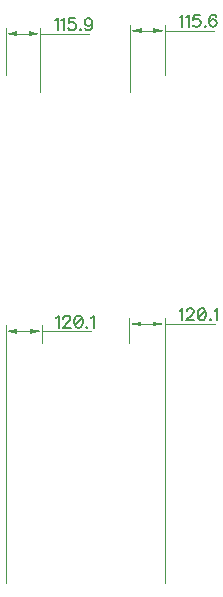
<source format=gbr>
G04 DipTrace 3.0.0.1*
G04 TopDimension.gbr*
%MOIN*%
G04 #@! TF.FileFunction,Drawing,Top*
G04 #@! TF.Part,Single*
%ADD13C,0.0015*%
%ADD37C,0.006176*%
%FSLAX26Y26*%
G04*
G70*
G90*
G75*
G01*
G04 TopDimension*
%LPD*%
X509580Y2027691D2*
D13*
Y2242651D1*
X393701Y2086614D2*
Y2242651D1*
X451641Y2222966D2*
X470210D1*
G36*
X509580D2*
X470210Y2215092D1*
Y2230840D1*
X509580Y2222966D1*
G37*
X451641D2*
D13*
X433071D1*
G36*
X393701D2*
X433071Y2230840D1*
Y2215092D1*
X393701Y2222966D1*
G37*
X673080D2*
D13*
X509580D1*
X809580Y2027691D2*
Y2253281D1*
X925197Y2086614D2*
Y2253281D1*
X867389Y2233596D2*
X848950D1*
G36*
X809580D2*
X848950Y2241470D1*
Y2225722D1*
X809580Y2233596D1*
G37*
X867389D2*
D13*
X885827D1*
G36*
X925197D2*
X885827Y2225722D1*
Y2241470D1*
X925197Y2233596D1*
G37*
X1088653D2*
D13*
X925197D1*
X513780Y1191995D2*
Y1250656D1*
X393701Y393701D2*
Y1250656D1*
X453740Y1230971D2*
X474410D1*
G36*
X513780D2*
X474410Y1223097D1*
Y1238845D1*
X513780Y1230971D1*
G37*
X453740D2*
D13*
X433071D1*
G36*
X393701D2*
X433071Y1238845D1*
Y1223097D1*
X393701Y1230971D1*
G37*
X679181D2*
D13*
X513780D1*
X805118Y1191995D2*
Y1275460D1*
X925197Y393701D2*
Y1275460D1*
X865158Y1255774D2*
X844488D1*
G36*
X805118D2*
X844488Y1263649D1*
Y1247900D1*
X805118Y1255774D1*
G37*
X865158D2*
D13*
X885827D1*
G36*
X925197D2*
X885827Y1247900D1*
Y1263649D1*
X925197Y1255774D1*
G37*
X1090598D2*
D13*
X925197D1*
X558214Y2267675D2*
D37*
X562061Y2269621D1*
X567809Y2275325D1*
Y2235177D1*
X580160Y2267675D2*
X584007Y2269621D1*
X589755Y2275325D1*
Y2235177D1*
X625054Y2275325D2*
X605953D1*
X604052Y2258125D1*
X605953Y2260026D1*
X611701Y2261972D1*
X617405D1*
X623153Y2260026D1*
X627000Y2256223D1*
X628901Y2250475D1*
Y2246673D1*
X627000Y2240925D1*
X623153Y2237078D1*
X617405Y2235177D1*
X611701D1*
X605953Y2237078D1*
X604052Y2239024D1*
X602106Y2242826D1*
X643154Y2239024D2*
X641252Y2237078D1*
X643154Y2235177D1*
X645099Y2237078D1*
X643154Y2239024D1*
X682344Y2261972D2*
X680398Y2256223D1*
X676596Y2252377D1*
X670848Y2250475D1*
X668947D1*
X663199Y2252377D1*
X659396Y2256223D1*
X657450Y2261972D1*
Y2263873D1*
X659396Y2269621D1*
X663199Y2273423D1*
X668947Y2275325D1*
X670848D1*
X676596Y2273423D1*
X680398Y2269621D1*
X682344Y2261972D1*
Y2252377D1*
X680398Y2242826D1*
X676596Y2237078D1*
X670848Y2235177D1*
X667045D1*
X661297Y2237078D1*
X659396Y2240925D1*
X973831Y2278305D2*
X977677Y2280251D1*
X983425Y2285955D1*
Y2245807D1*
X995777Y2278305D2*
X999624Y2280251D1*
X1005372Y2285955D1*
Y2245807D1*
X1040671Y2285955D2*
X1021570D1*
X1019669Y2268755D1*
X1021570Y2270656D1*
X1027318Y2272601D1*
X1033022D1*
X1038770Y2270656D1*
X1042616Y2266853D1*
X1044518Y2261105D1*
Y2257303D1*
X1042616Y2251555D1*
X1038770Y2247708D1*
X1033022Y2245807D1*
X1027318D1*
X1021570Y2247708D1*
X1019669Y2249654D1*
X1017723Y2253456D1*
X1058770Y2249654D2*
X1056869Y2247708D1*
X1058770Y2245807D1*
X1060716Y2247708D1*
X1058770Y2249654D1*
X1096015Y2280251D2*
X1094114Y2284053D1*
X1088366Y2285955D1*
X1084563D1*
X1078815Y2284053D1*
X1074969Y2278305D1*
X1073067Y2268755D1*
Y2259204D1*
X1074969Y2251555D1*
X1078815Y2247708D1*
X1084563Y2245807D1*
X1086465D1*
X1092168Y2247708D1*
X1096015Y2251555D1*
X1097916Y2257303D1*
Y2259204D1*
X1096015Y2264952D1*
X1092168Y2268755D1*
X1086465Y2270656D1*
X1084563D1*
X1078815Y2268755D1*
X1074969Y2264952D1*
X1073067Y2259204D1*
X562413Y1275681D2*
X566260Y1277626D1*
X572008Y1283330D1*
Y1243182D1*
X586305Y1273779D2*
Y1275681D1*
X588206Y1279527D1*
X590108Y1281429D1*
X593954Y1283330D1*
X601604D1*
X605406Y1281429D1*
X607307Y1279527D1*
X609253Y1275681D1*
Y1271878D1*
X607307Y1268031D1*
X603505Y1262327D1*
X584360Y1243182D1*
X611154D1*
X635002Y1283330D2*
X629254Y1281429D1*
X625407Y1275681D1*
X623506Y1266130D1*
Y1260382D1*
X625407Y1250831D1*
X629254Y1245083D1*
X635002Y1243182D1*
X638804D1*
X644552Y1245083D1*
X648355Y1250831D1*
X650300Y1260382D1*
Y1266130D1*
X648355Y1275681D1*
X644552Y1281429D1*
X638804Y1283330D1*
X635002D1*
X648355Y1275681D2*
X625407Y1250831D1*
X664553Y1247029D2*
X662652Y1245083D1*
X664553Y1243182D1*
X666498Y1245083D1*
X664553Y1247029D1*
X678850Y1275681D2*
X682697Y1277626D1*
X688445Y1283330D1*
Y1243182D1*
X973831Y1300484D2*
X977677Y1302429D1*
X983425Y1308133D1*
Y1267985D1*
X997722Y1298582D2*
Y1300484D1*
X999624Y1304330D1*
X1001525Y1306232D1*
X1005372Y1308133D1*
X1013021D1*
X1016824Y1306232D1*
X1018725Y1304330D1*
X1020670Y1300484D1*
Y1296681D1*
X1018725Y1292834D1*
X1014922Y1287131D1*
X995777Y1267985D1*
X1022572D1*
X1046419Y1308133D2*
X1040671Y1306232D1*
X1036824Y1300484D1*
X1034923Y1290933D1*
Y1285185D1*
X1036824Y1275635D1*
X1040671Y1269887D1*
X1046419Y1267985D1*
X1050222D1*
X1055970Y1269887D1*
X1059772Y1275635D1*
X1061718Y1285185D1*
Y1290933D1*
X1059772Y1300484D1*
X1055970Y1306232D1*
X1050222Y1308133D1*
X1046419D1*
X1059772Y1300484D2*
X1036824Y1275635D1*
X1075970Y1271832D2*
X1074069Y1269887D1*
X1075970Y1267985D1*
X1077916Y1269887D1*
X1075970Y1271832D1*
X1090267Y1300484D2*
X1094114Y1302429D1*
X1099862Y1308133D1*
Y1267985D1*
M02*

</source>
